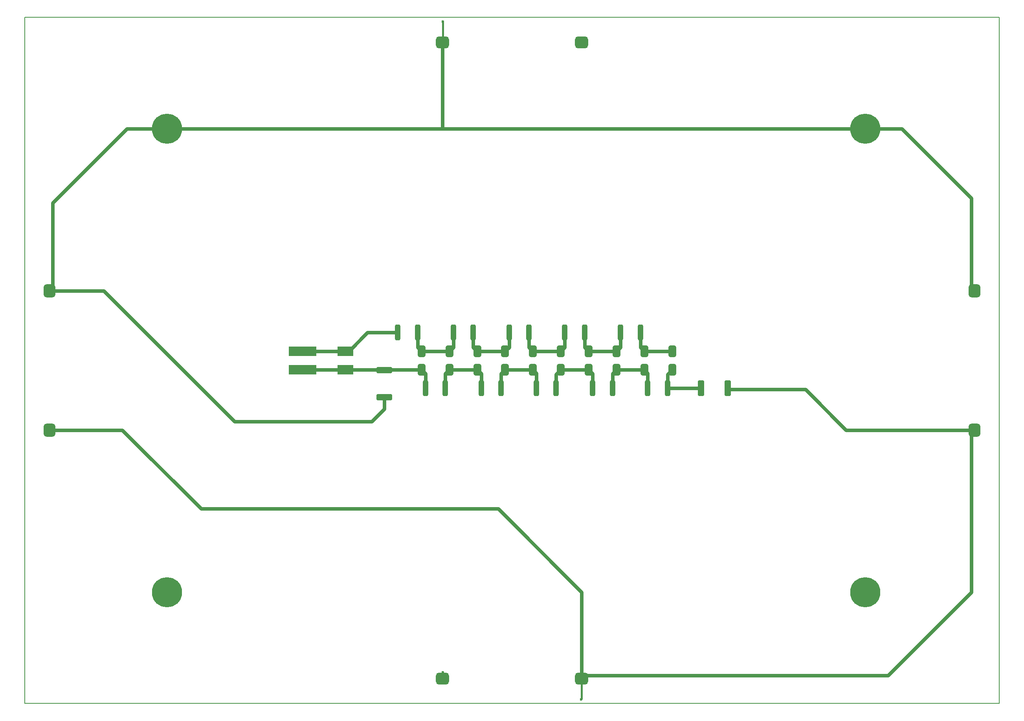
<source format=gbl>
G04 #@! TF.GenerationSoftware,KiCad,Pcbnew,6.0.0-d3dd2cf0fa~116~ubuntu20.04.1*
G04 #@! TF.CreationDate,2022-01-09T22:40:42+01:00*
G04 #@! TF.ProjectId,Statikplatte,53746174-696b-4706-9c61-7474652e6b69,rev?*
G04 #@! TF.SameCoordinates,Original*
G04 #@! TF.FileFunction,Copper,L2,Bot*
G04 #@! TF.FilePolarity,Positive*
%FSLAX46Y46*%
G04 Gerber Fmt 4.6, Leading zero omitted, Abs format (unit mm)*
G04 Created by KiCad (PCBNEW 6.0.0-d3dd2cf0fa~116~ubuntu20.04.1) date 2022-01-09 22:40:42*
%MOMM*%
%LPD*%
G01*
G04 APERTURE LIST*
G04 Aperture macros list*
%AMRoundRect*
0 Rectangle with rounded corners*
0 $1 Rounding radius*
0 $2 $3 $4 $5 $6 $7 $8 $9 X,Y pos of 4 corners*
0 Add a 4 corners polygon primitive as box body*
4,1,4,$2,$3,$4,$5,$6,$7,$8,$9,$2,$3,0*
0 Add four circle primitives for the rounded corners*
1,1,$1+$1,$2,$3*
1,1,$1+$1,$4,$5*
1,1,$1+$1,$6,$7*
1,1,$1+$1,$8,$9*
0 Add four rect primitives between the rounded corners*
20,1,$1+$1,$2,$3,$4,$5,0*
20,1,$1+$1,$4,$5,$6,$7,0*
20,1,$1+$1,$6,$7,$8,$9,0*
20,1,$1+$1,$8,$9,$2,$3,0*%
G04 Aperture macros list end*
G04 #@! TA.AperFunction,Profile*
%ADD10C,0.150000*%
G04 #@! TD*
G04 #@! TA.AperFunction,SMDPad,CuDef*
%ADD11RoundRect,0.650000X0.750000X-0.650000X0.750000X0.650000X-0.750000X0.650000X-0.750000X-0.650000X0*%
G04 #@! TD*
G04 #@! TA.AperFunction,SMDPad,CuDef*
%ADD12RoundRect,0.650000X-0.650000X-0.750000X0.650000X-0.750000X0.650000X0.750000X-0.650000X0.750000X0*%
G04 #@! TD*
G04 #@! TA.AperFunction,SMDPad,CuDef*
%ADD13RoundRect,0.650000X-0.750000X0.650000X-0.750000X-0.650000X0.750000X-0.650000X0.750000X0.650000X0*%
G04 #@! TD*
G04 #@! TA.AperFunction,SMDPad,CuDef*
%ADD14RoundRect,0.650000X0.650000X0.750000X-0.650000X0.750000X-0.650000X-0.750000X0.650000X-0.750000X0*%
G04 #@! TD*
G04 #@! TA.AperFunction,SMDPad,CuDef*
%ADD15C,6.500000*%
G04 #@! TD*
G04 #@! TA.AperFunction,ComponentPad*
%ADD16O,0.900000X0.900000*%
G04 #@! TD*
G04 #@! TA.AperFunction,SMDPad,CuDef*
%ADD17RoundRect,0.250000X0.312500X1.450000X-0.312500X1.450000X-0.312500X-1.450000X0.312500X-1.450000X0*%
G04 #@! TD*
G04 #@! TA.AperFunction,SMDPad,CuDef*
%ADD18RoundRect,0.425000X0.425000X-0.825000X0.425000X0.825000X-0.425000X0.825000X-0.425000X-0.825000X0*%
G04 #@! TD*
G04 #@! TA.AperFunction,SMDPad,CuDef*
%ADD19RoundRect,0.425000X-0.425000X0.825000X-0.425000X-0.825000X0.425000X-0.825000X0.425000X0.825000X0*%
G04 #@! TD*
G04 #@! TA.AperFunction,SMDPad,CuDef*
%ADD20RoundRect,0.250000X0.425000X1.425000X-0.425000X1.425000X-0.425000X-1.425000X0.425000X-1.425000X0*%
G04 #@! TD*
G04 #@! TA.AperFunction,SMDPad,CuDef*
%ADD21R,3.500000X2.000000*%
G04 #@! TD*
G04 #@! TA.AperFunction,SMDPad,CuDef*
%ADD22R,6.000000X2.000000*%
G04 #@! TD*
G04 #@! TA.AperFunction,SMDPad,CuDef*
%ADD23RoundRect,0.250000X1.425000X-0.425000X1.425000X0.425000X-1.425000X0.425000X-1.425000X-0.425000X0*%
G04 #@! TD*
G04 #@! TA.AperFunction,ViaPad*
%ADD24C,0.600000*%
G04 #@! TD*
G04 #@! TA.AperFunction,Conductor*
%ADD25C,0.800000*%
G04 #@! TD*
G04 #@! TA.AperFunction,Conductor*
%ADD26C,0.400000*%
G04 #@! TD*
G04 APERTURE END LIST*
D10*
X15000000Y-15000000D02*
X225000000Y-15000000D01*
X225000000Y-15000000D02*
X225000000Y-163000000D01*
X15000000Y-163000000D02*
X225000000Y-163000000D01*
X15000000Y-15000000D02*
X15000000Y-163000000D01*
D11*
X105000000Y-157650000D03*
D12*
X20350000Y-74000000D03*
D13*
X105000000Y-20350000D03*
D14*
X219650000Y-74000000D03*
D11*
X135000000Y-157650000D03*
D14*
X219650000Y-104000000D03*
D12*
X20350000Y-104000000D03*
D15*
X45625000Y-39000000D03*
D16*
X45625000Y-39000000D03*
D15*
X196125000Y-139000000D03*
D16*
X196125000Y-139000000D03*
D15*
X196125000Y-39000000D03*
D16*
X196125000Y-39000000D03*
D15*
X45625000Y-139000000D03*
D16*
X45625000Y-139000000D03*
D17*
X101362500Y-95000000D03*
X105637500Y-95000000D03*
X107362500Y-83000000D03*
X111637500Y-83000000D03*
X113362500Y-95000000D03*
X117637500Y-95000000D03*
X119362500Y-83000000D03*
X123637500Y-83000000D03*
X125225000Y-95000000D03*
X129500000Y-95000000D03*
X131362500Y-83000000D03*
X135637500Y-83000000D03*
X137362500Y-95000000D03*
X141637500Y-95000000D03*
X143362500Y-83000000D03*
X147637500Y-83000000D03*
X149225000Y-95000000D03*
X153500000Y-95000000D03*
D18*
X154500000Y-87000000D03*
X154500000Y-91000000D03*
X106500000Y-86999999D03*
X106500000Y-90999999D03*
D19*
X112500000Y-91000000D03*
X112500000Y-87000000D03*
D18*
X118500000Y-87000000D03*
X118500000Y-91000000D03*
D19*
X124500000Y-91000000D03*
X124500000Y-87000000D03*
D18*
X130500000Y-86999999D03*
X130500000Y-90999999D03*
D19*
X136500000Y-91000001D03*
X136500000Y-87000001D03*
D18*
X142500000Y-87000000D03*
X142500000Y-91000000D03*
D19*
X148500000Y-91000000D03*
X148500000Y-87000000D03*
D17*
X95362500Y-83000000D03*
X99637500Y-83000000D03*
D20*
X160700000Y-95000000D03*
X166500000Y-95000000D03*
D19*
X100500000Y-91000000D03*
X100500000Y-87000000D03*
D21*
X84125000Y-87000000D03*
X84125000Y-91000000D03*
D22*
X74875000Y-87000000D03*
X74875000Y-91000000D03*
D23*
X92500000Y-91100000D03*
X92500000Y-96900000D03*
D13*
X135000000Y-20350000D03*
D24*
X134880000Y-162100000D03*
X134890000Y-21060000D03*
X105110000Y-15910000D03*
X105120000Y-156250000D03*
D25*
X141637500Y-91862500D02*
X142500000Y-91000000D01*
X141637500Y-95000000D02*
X141637500Y-91862500D01*
X149225000Y-91725000D02*
X148500000Y-91000000D01*
X149225000Y-95000000D02*
X149225000Y-91725000D01*
X148500000Y-91000000D02*
X142500000Y-91000000D01*
X147637500Y-86137500D02*
X148500000Y-87000000D01*
X147637500Y-83000000D02*
X147637500Y-86137500D01*
X148500000Y-87000000D02*
X154500000Y-87000000D01*
X135637500Y-86137501D02*
X136500000Y-87000001D01*
X135637500Y-83000000D02*
X135637500Y-86137501D01*
X143362500Y-86137500D02*
X142500000Y-87000000D01*
X143362500Y-83000000D02*
X143362500Y-86137500D01*
X142499999Y-87000001D02*
X142500000Y-87000000D01*
X136500000Y-87000001D02*
X142499999Y-87000001D01*
X129500000Y-91999999D02*
X130500000Y-90999999D01*
X129500000Y-95000000D02*
X129500000Y-91999999D01*
X137362500Y-91862501D02*
X136500000Y-91000001D01*
X137362500Y-95000000D02*
X137362500Y-91862501D01*
X130500002Y-91000001D02*
X130500000Y-90999999D01*
X136500000Y-91000001D02*
X130500002Y-91000001D01*
X123637500Y-86137500D02*
X124500000Y-87000000D01*
X123637500Y-83000000D02*
X123637500Y-86137500D01*
X131362500Y-86137499D02*
X130500000Y-86999999D01*
X131362500Y-83000000D02*
X131362500Y-86137499D01*
X124500001Y-86999999D02*
X124500000Y-87000000D01*
X130500000Y-86999999D02*
X124500001Y-86999999D01*
X117637500Y-91862500D02*
X118500000Y-91000000D01*
X117637500Y-95000000D02*
X117637500Y-91862500D01*
X125225000Y-91725000D02*
X124500000Y-91000000D01*
X125225000Y-95000000D02*
X125225000Y-91725000D01*
X124500000Y-91000000D02*
X118500000Y-91000000D01*
X111637500Y-86137500D02*
X112500000Y-87000000D01*
X111637500Y-83000000D02*
X111637500Y-86137500D01*
X119362500Y-86137500D02*
X118500000Y-87000000D01*
X119362500Y-83000000D02*
X119362500Y-86137500D01*
X112500000Y-87000000D02*
X118500000Y-87000000D01*
X105637500Y-91862499D02*
X106500000Y-90999999D01*
X105637500Y-95000000D02*
X105637500Y-91862499D01*
X112499999Y-90999999D02*
X112500000Y-91000000D01*
X106500000Y-90999999D02*
X112499999Y-90999999D01*
X113362500Y-91862500D02*
X112500000Y-91000000D01*
X113362500Y-95000000D02*
X113362500Y-91862500D01*
X99637500Y-86137500D02*
X100500000Y-87000000D01*
X99637500Y-83000000D02*
X99637500Y-86137500D01*
X107362500Y-86137499D02*
X106500000Y-86999999D01*
X107362500Y-83000000D02*
X107362500Y-86137499D01*
X100500001Y-86999999D02*
X100500000Y-87000000D01*
X106500000Y-86999999D02*
X100500001Y-86999999D01*
X101362500Y-91862500D02*
X100500000Y-91000000D01*
X101362500Y-95000000D02*
X101362500Y-91862500D01*
X74875000Y-91000000D02*
X100500000Y-91000000D01*
X153500000Y-92000000D02*
X154500000Y-91000000D01*
X153500000Y-95000000D02*
X153500000Y-92000000D01*
X157600000Y-95000000D02*
X153500000Y-95000000D01*
X160700000Y-95000000D02*
X157500000Y-95000000D01*
X135000000Y-157000000D02*
X201000000Y-157000000D01*
X201000000Y-157000000D02*
X208000000Y-150000000D01*
X219000000Y-104000000D02*
X219000000Y-139000000D01*
X219000000Y-139000000D02*
X208000000Y-150000000D01*
X36000000Y-104000000D02*
X21000000Y-104000000D01*
X117000000Y-121000000D02*
X53000000Y-121000000D01*
X53000000Y-121000000D02*
X36000000Y-104000000D01*
X135000000Y-157000000D02*
X135000000Y-139000000D01*
X135000000Y-139000000D02*
X117000000Y-121000000D01*
X192000000Y-104000000D02*
X219000000Y-104000000D01*
X183200000Y-95200000D02*
X192000000Y-104000000D01*
X166500000Y-95000000D02*
X166700000Y-95200000D01*
X166700000Y-95200000D02*
X183200000Y-95200000D01*
D26*
X135000000Y-161980000D02*
X134880000Y-162100000D01*
X135000000Y-157650000D02*
X135000000Y-161980000D01*
D25*
X105000000Y-22000000D02*
X105000000Y-21000000D01*
X196125000Y-39000000D02*
X88000000Y-39000000D01*
X88000000Y-39000000D02*
X45625000Y-39000000D01*
X105000000Y-21000000D02*
X105000000Y-27100000D01*
X105000000Y-27100000D02*
X105000000Y-39000000D01*
X204000000Y-39000000D02*
X196125000Y-39000000D01*
X219000000Y-74000000D02*
X219000000Y-54000000D01*
X219000000Y-54000000D02*
X204000000Y-39000000D01*
X37000000Y-39000000D02*
X45625000Y-39000000D01*
X21000000Y-74000000D02*
X21000000Y-55000000D01*
X21000000Y-55000000D02*
X37000000Y-39000000D01*
X32000000Y-74000000D02*
X21000000Y-74000000D01*
X60200000Y-102200000D02*
X32000000Y-74000000D01*
X92500000Y-96900000D02*
X92500000Y-99500000D01*
X89800000Y-102200000D02*
X60200000Y-102200000D01*
X92500000Y-99500000D02*
X89800000Y-102200000D01*
D26*
X105120000Y-157530000D02*
X105000000Y-157650000D01*
X105120000Y-156250000D02*
X105120000Y-157530000D01*
X105110000Y-20240000D02*
X105000000Y-20350000D01*
X105110000Y-15910000D02*
X105110000Y-20240000D01*
D25*
X91500000Y-83000000D02*
X95362500Y-83000000D01*
X78675000Y-87000000D02*
X84125000Y-87000000D01*
X74875000Y-87000000D02*
X78675000Y-87000000D01*
X84875000Y-87000000D02*
X88875000Y-83000000D01*
X84125000Y-87000000D02*
X84875000Y-87000000D01*
X89500000Y-83000000D02*
X95362500Y-83000000D01*
X88875000Y-83000000D02*
X89500000Y-83000000D01*
X89500000Y-83000000D02*
X90500000Y-83000000D01*
M02*

</source>
